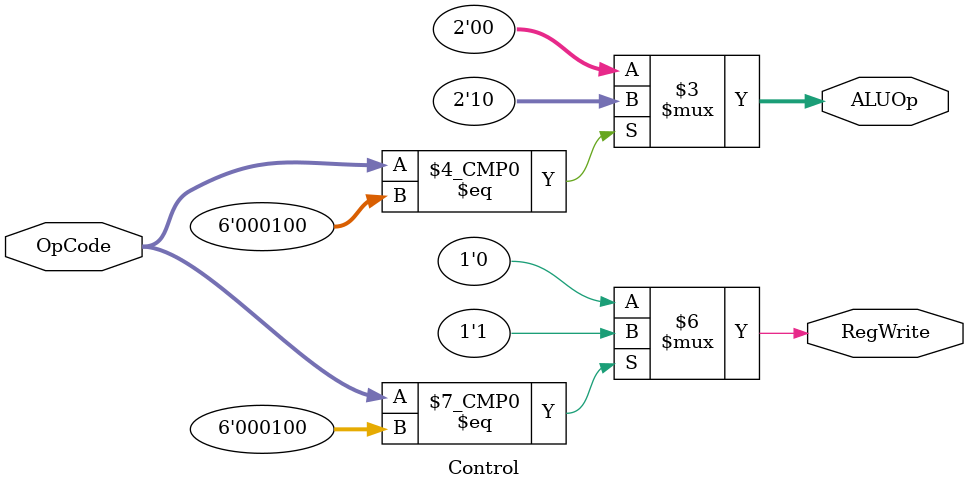
<source format=v>
module Control(
    input   [5:0]   OpCode,
    output reg          RegWrite,
    output reg  [1:0]   ALUOp
);

always@(OpCode)
    begin
        case (OpCode)
            6'd 4:  
                begin
                    RegWrite =  1'b 1; // R format.
                    ALUOp = 2'b10;
                end
            default:
                begin
                    RegWrite = 0; // no this opcode.
                    ALUOp = 2'b00;
                end
        endcase
    
    end

endmodule
</source>
